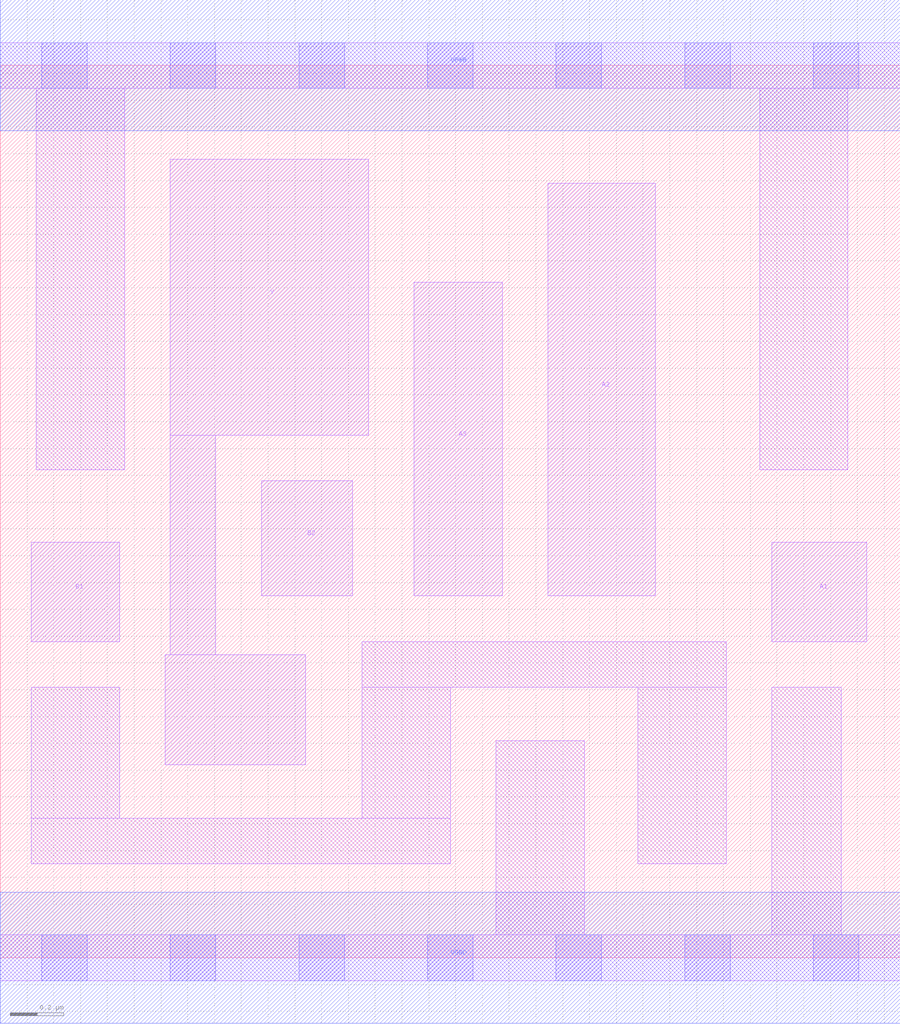
<source format=lef>
# Copyright 2020 The SkyWater PDK Authors
#
# Licensed under the Apache License, Version 2.0 (the "License");
# you may not use this file except in compliance with the License.
# You may obtain a copy of the License at
#
#     https://www.apache.org/licenses/LICENSE-2.0
#
# Unless required by applicable law or agreed to in writing, software
# distributed under the License is distributed on an "AS IS" BASIS,
# WITHOUT WARRANTIES OR CONDITIONS OF ANY KIND, either express or implied.
# See the License for the specific language governing permissions and
# limitations under the License.
#
# SPDX-License-Identifier: Apache-2.0

VERSION 5.7 ;
  NAMESCASESENSITIVE ON ;
  NOWIREEXTENSIONATPIN ON ;
  DIVIDERCHAR "/" ;
  BUSBITCHARS "[]" ;
UNITS
  DATABASE MICRONS 200 ;
END UNITS
MACRO sky130_fd_sc_ms__o32ai_1
  CLASS CORE ;
  SOURCE USER ;
  FOREIGN sky130_fd_sc_ms__o32ai_1 ;
  ORIGIN  0.000000  0.000000 ;
  SIZE  3.360000 BY  3.330000 ;
  SYMMETRY X Y ;
  SITE unit ;
  PIN A1
    ANTENNAGATEAREA  0.312600 ;
    DIRECTION INPUT ;
    USE SIGNAL ;
    PORT
      LAYER li1 ;
        RECT 2.880000 1.180000 3.235000 1.550000 ;
    END
  END A1
  PIN A2
    ANTENNAGATEAREA  0.312600 ;
    DIRECTION INPUT ;
    USE SIGNAL ;
    PORT
      LAYER li1 ;
        RECT 2.045000 1.350000 2.445000 2.890000 ;
    END
  END A2
  PIN A3
    ANTENNAGATEAREA  0.312600 ;
    DIRECTION INPUT ;
    USE SIGNAL ;
    PORT
      LAYER li1 ;
        RECT 1.545000 1.350000 1.875000 2.520000 ;
    END
  END A3
  PIN B1
    ANTENNAGATEAREA  0.312600 ;
    DIRECTION INPUT ;
    USE SIGNAL ;
    PORT
      LAYER li1 ;
        RECT 0.115000 1.180000 0.445000 1.550000 ;
    END
  END B1
  PIN B2
    ANTENNAGATEAREA  0.312600 ;
    DIRECTION INPUT ;
    USE SIGNAL ;
    PORT
      LAYER li1 ;
        RECT 0.975000 1.350000 1.315000 1.780000 ;
    END
  END B2
  PIN Y
    ANTENNADIFFAREA  0.959300 ;
    DIRECTION OUTPUT ;
    USE SIGNAL ;
    PORT
      LAYER li1 ;
        RECT 0.615000 0.720000 1.140000 1.130000 ;
        RECT 0.635000 1.130000 0.805000 1.950000 ;
        RECT 0.635000 1.950000 1.375000 2.980000 ;
    END
  END Y
  PIN VGND
    DIRECTION INOUT ;
    USE GROUND ;
    PORT
      LAYER met1 ;
        RECT 0.000000 -0.245000 3.360000 0.245000 ;
    END
  END VGND
  PIN VPWR
    DIRECTION INOUT ;
    USE POWER ;
    PORT
      LAYER met1 ;
        RECT 0.000000 3.085000 3.360000 3.575000 ;
    END
  END VPWR
  OBS
    LAYER li1 ;
      RECT 0.000000 -0.085000 3.360000 0.085000 ;
      RECT 0.000000  3.245000 3.360000 3.415000 ;
      RECT 0.115000  0.350000 1.680000 0.520000 ;
      RECT 0.115000  0.520000 0.445000 1.010000 ;
      RECT 0.135000  1.820000 0.465000 3.245000 ;
      RECT 1.350000  0.520000 1.680000 1.010000 ;
      RECT 1.350000  1.010000 2.710000 1.180000 ;
      RECT 1.850000  0.085000 2.180000 0.810000 ;
      RECT 2.380000  0.350000 2.710000 1.010000 ;
      RECT 2.835000  1.820000 3.165000 3.245000 ;
      RECT 2.880000  0.085000 3.140000 1.010000 ;
    LAYER mcon ;
      RECT 0.155000 -0.085000 0.325000 0.085000 ;
      RECT 0.155000  3.245000 0.325000 3.415000 ;
      RECT 0.635000 -0.085000 0.805000 0.085000 ;
      RECT 0.635000  3.245000 0.805000 3.415000 ;
      RECT 1.115000 -0.085000 1.285000 0.085000 ;
      RECT 1.115000  3.245000 1.285000 3.415000 ;
      RECT 1.595000 -0.085000 1.765000 0.085000 ;
      RECT 1.595000  3.245000 1.765000 3.415000 ;
      RECT 2.075000 -0.085000 2.245000 0.085000 ;
      RECT 2.075000  3.245000 2.245000 3.415000 ;
      RECT 2.555000 -0.085000 2.725000 0.085000 ;
      RECT 2.555000  3.245000 2.725000 3.415000 ;
      RECT 3.035000 -0.085000 3.205000 0.085000 ;
      RECT 3.035000  3.245000 3.205000 3.415000 ;
  END
END sky130_fd_sc_ms__o32ai_1

</source>
